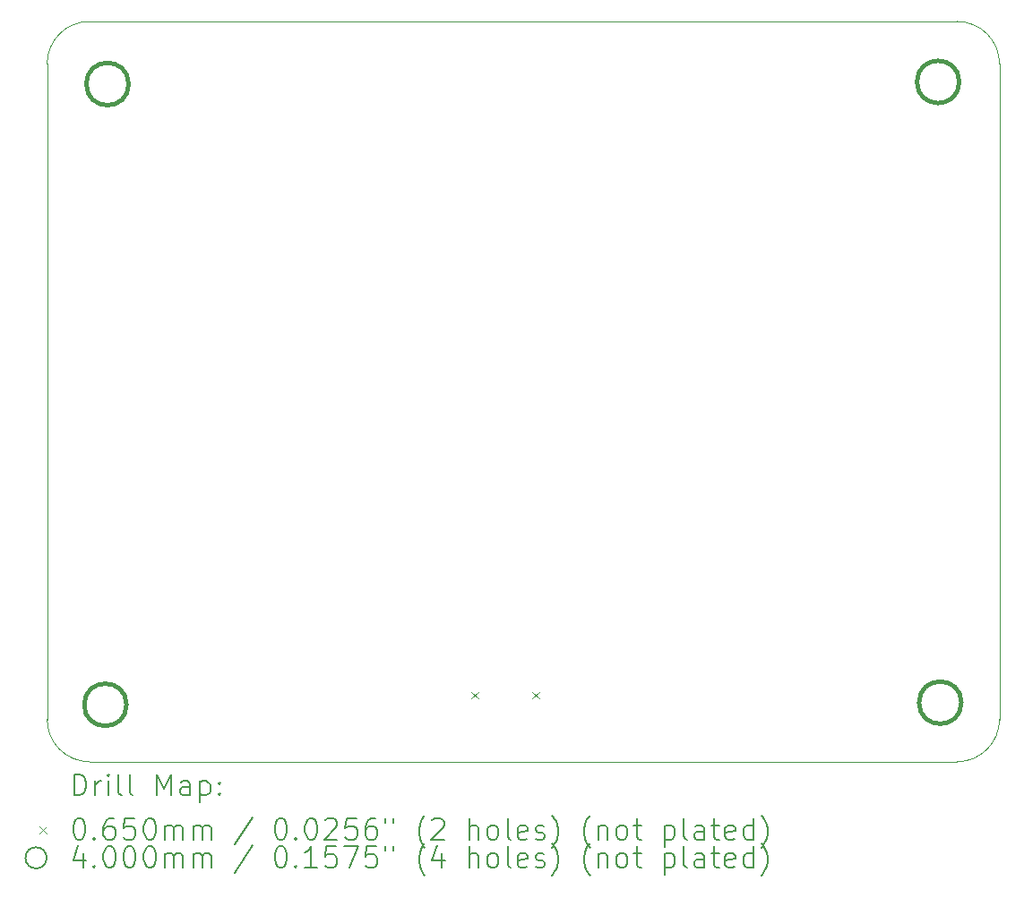
<source format=gbr>
%TF.GenerationSoftware,KiCad,Pcbnew,9.0.2*%
%TF.CreationDate,2025-09-10T14:09:24+05:30*%
%TF.ProjectId,V2DesignESP32PCB,56324465-7369-4676-9e45-535033325043,rev?*%
%TF.SameCoordinates,Original*%
%TF.FileFunction,Drillmap*%
%TF.FilePolarity,Positive*%
%FSLAX45Y45*%
G04 Gerber Fmt 4.5, Leading zero omitted, Abs format (unit mm)*
G04 Created by KiCad (PCBNEW 9.0.2) date 2025-09-10 14:09:24*
%MOMM*%
%LPD*%
G01*
G04 APERTURE LIST*
%ADD10C,0.100000*%
%ADD11C,0.200000*%
%ADD12C,0.400000*%
G04 APERTURE END LIST*
D10*
X11250000Y-6028500D02*
X19450000Y-6028500D01*
X19450000Y-13028500D02*
X11250000Y-13028500D01*
X11250000Y-13028500D02*
G75*
G02*
X10850000Y-12628500I0J400000D01*
G01*
X19450000Y-6028500D02*
G75*
G02*
X19850000Y-6428500I0J-400000D01*
G01*
X19850000Y-6428500D02*
X19850000Y-12628500D01*
X10850000Y-6428500D02*
G75*
G02*
X11250000Y-6028500I400000J0D01*
G01*
X19850000Y-12628500D02*
G75*
G02*
X19450000Y-13028500I-400000J0D01*
G01*
X10850000Y-12628500D02*
X10850000Y-6428500D01*
D11*
D10*
X14858500Y-12366000D02*
X14923500Y-12431000D01*
X14923500Y-12366000D02*
X14858500Y-12431000D01*
X15436500Y-12366000D02*
X15501500Y-12431000D01*
X15501500Y-12366000D02*
X15436500Y-12431000D01*
D12*
X11600000Y-12490000D02*
G75*
G02*
X11200000Y-12490000I-200000J0D01*
G01*
X11200000Y-12490000D02*
G75*
G02*
X11600000Y-12490000I200000J0D01*
G01*
X11620000Y-6620000D02*
G75*
G02*
X11220000Y-6620000I-200000J0D01*
G01*
X11220000Y-6620000D02*
G75*
G02*
X11620000Y-6620000I200000J0D01*
G01*
X19470000Y-6600000D02*
G75*
G02*
X19070000Y-6600000I-200000J0D01*
G01*
X19070000Y-6600000D02*
G75*
G02*
X19470000Y-6600000I200000J0D01*
G01*
X19490000Y-12470000D02*
G75*
G02*
X19090000Y-12470000I-200000J0D01*
G01*
X19090000Y-12470000D02*
G75*
G02*
X19490000Y-12470000I200000J0D01*
G01*
D11*
X11105777Y-13344984D02*
X11105777Y-13144984D01*
X11105777Y-13144984D02*
X11153396Y-13144984D01*
X11153396Y-13144984D02*
X11181967Y-13154508D01*
X11181967Y-13154508D02*
X11201015Y-13173555D01*
X11201015Y-13173555D02*
X11210539Y-13192603D01*
X11210539Y-13192603D02*
X11220062Y-13230698D01*
X11220062Y-13230698D02*
X11220062Y-13259269D01*
X11220062Y-13259269D02*
X11210539Y-13297365D01*
X11210539Y-13297365D02*
X11201015Y-13316412D01*
X11201015Y-13316412D02*
X11181967Y-13335460D01*
X11181967Y-13335460D02*
X11153396Y-13344984D01*
X11153396Y-13344984D02*
X11105777Y-13344984D01*
X11305777Y-13344984D02*
X11305777Y-13211650D01*
X11305777Y-13249746D02*
X11315301Y-13230698D01*
X11315301Y-13230698D02*
X11324824Y-13221174D01*
X11324824Y-13221174D02*
X11343872Y-13211650D01*
X11343872Y-13211650D02*
X11362920Y-13211650D01*
X11429586Y-13344984D02*
X11429586Y-13211650D01*
X11429586Y-13144984D02*
X11420062Y-13154508D01*
X11420062Y-13154508D02*
X11429586Y-13164031D01*
X11429586Y-13164031D02*
X11439110Y-13154508D01*
X11439110Y-13154508D02*
X11429586Y-13144984D01*
X11429586Y-13144984D02*
X11429586Y-13164031D01*
X11553396Y-13344984D02*
X11534348Y-13335460D01*
X11534348Y-13335460D02*
X11524824Y-13316412D01*
X11524824Y-13316412D02*
X11524824Y-13144984D01*
X11658158Y-13344984D02*
X11639110Y-13335460D01*
X11639110Y-13335460D02*
X11629586Y-13316412D01*
X11629586Y-13316412D02*
X11629586Y-13144984D01*
X11886729Y-13344984D02*
X11886729Y-13144984D01*
X11886729Y-13144984D02*
X11953396Y-13287841D01*
X11953396Y-13287841D02*
X12020062Y-13144984D01*
X12020062Y-13144984D02*
X12020062Y-13344984D01*
X12201015Y-13344984D02*
X12201015Y-13240222D01*
X12201015Y-13240222D02*
X12191491Y-13221174D01*
X12191491Y-13221174D02*
X12172443Y-13211650D01*
X12172443Y-13211650D02*
X12134348Y-13211650D01*
X12134348Y-13211650D02*
X12115301Y-13221174D01*
X12201015Y-13335460D02*
X12181967Y-13344984D01*
X12181967Y-13344984D02*
X12134348Y-13344984D01*
X12134348Y-13344984D02*
X12115301Y-13335460D01*
X12115301Y-13335460D02*
X12105777Y-13316412D01*
X12105777Y-13316412D02*
X12105777Y-13297365D01*
X12105777Y-13297365D02*
X12115301Y-13278317D01*
X12115301Y-13278317D02*
X12134348Y-13268793D01*
X12134348Y-13268793D02*
X12181967Y-13268793D01*
X12181967Y-13268793D02*
X12201015Y-13259269D01*
X12296253Y-13211650D02*
X12296253Y-13411650D01*
X12296253Y-13221174D02*
X12315301Y-13211650D01*
X12315301Y-13211650D02*
X12353396Y-13211650D01*
X12353396Y-13211650D02*
X12372443Y-13221174D01*
X12372443Y-13221174D02*
X12381967Y-13230698D01*
X12381967Y-13230698D02*
X12391491Y-13249746D01*
X12391491Y-13249746D02*
X12391491Y-13306888D01*
X12391491Y-13306888D02*
X12381967Y-13325936D01*
X12381967Y-13325936D02*
X12372443Y-13335460D01*
X12372443Y-13335460D02*
X12353396Y-13344984D01*
X12353396Y-13344984D02*
X12315301Y-13344984D01*
X12315301Y-13344984D02*
X12296253Y-13335460D01*
X12477205Y-13325936D02*
X12486729Y-13335460D01*
X12486729Y-13335460D02*
X12477205Y-13344984D01*
X12477205Y-13344984D02*
X12467682Y-13335460D01*
X12467682Y-13335460D02*
X12477205Y-13325936D01*
X12477205Y-13325936D02*
X12477205Y-13344984D01*
X12477205Y-13221174D02*
X12486729Y-13230698D01*
X12486729Y-13230698D02*
X12477205Y-13240222D01*
X12477205Y-13240222D02*
X12467682Y-13230698D01*
X12467682Y-13230698D02*
X12477205Y-13221174D01*
X12477205Y-13221174D02*
X12477205Y-13240222D01*
D10*
X10780000Y-13641000D02*
X10845000Y-13706000D01*
X10845000Y-13641000D02*
X10780000Y-13706000D01*
D11*
X11143872Y-13564984D02*
X11162920Y-13564984D01*
X11162920Y-13564984D02*
X11181967Y-13574508D01*
X11181967Y-13574508D02*
X11191491Y-13584031D01*
X11191491Y-13584031D02*
X11201015Y-13603079D01*
X11201015Y-13603079D02*
X11210539Y-13641174D01*
X11210539Y-13641174D02*
X11210539Y-13688793D01*
X11210539Y-13688793D02*
X11201015Y-13726888D01*
X11201015Y-13726888D02*
X11191491Y-13745936D01*
X11191491Y-13745936D02*
X11181967Y-13755460D01*
X11181967Y-13755460D02*
X11162920Y-13764984D01*
X11162920Y-13764984D02*
X11143872Y-13764984D01*
X11143872Y-13764984D02*
X11124824Y-13755460D01*
X11124824Y-13755460D02*
X11115301Y-13745936D01*
X11115301Y-13745936D02*
X11105777Y-13726888D01*
X11105777Y-13726888D02*
X11096253Y-13688793D01*
X11096253Y-13688793D02*
X11096253Y-13641174D01*
X11096253Y-13641174D02*
X11105777Y-13603079D01*
X11105777Y-13603079D02*
X11115301Y-13584031D01*
X11115301Y-13584031D02*
X11124824Y-13574508D01*
X11124824Y-13574508D02*
X11143872Y-13564984D01*
X11296253Y-13745936D02*
X11305777Y-13755460D01*
X11305777Y-13755460D02*
X11296253Y-13764984D01*
X11296253Y-13764984D02*
X11286729Y-13755460D01*
X11286729Y-13755460D02*
X11296253Y-13745936D01*
X11296253Y-13745936D02*
X11296253Y-13764984D01*
X11477205Y-13564984D02*
X11439110Y-13564984D01*
X11439110Y-13564984D02*
X11420062Y-13574508D01*
X11420062Y-13574508D02*
X11410539Y-13584031D01*
X11410539Y-13584031D02*
X11391491Y-13612603D01*
X11391491Y-13612603D02*
X11381967Y-13650698D01*
X11381967Y-13650698D02*
X11381967Y-13726888D01*
X11381967Y-13726888D02*
X11391491Y-13745936D01*
X11391491Y-13745936D02*
X11401015Y-13755460D01*
X11401015Y-13755460D02*
X11420062Y-13764984D01*
X11420062Y-13764984D02*
X11458158Y-13764984D01*
X11458158Y-13764984D02*
X11477205Y-13755460D01*
X11477205Y-13755460D02*
X11486729Y-13745936D01*
X11486729Y-13745936D02*
X11496253Y-13726888D01*
X11496253Y-13726888D02*
X11496253Y-13679269D01*
X11496253Y-13679269D02*
X11486729Y-13660222D01*
X11486729Y-13660222D02*
X11477205Y-13650698D01*
X11477205Y-13650698D02*
X11458158Y-13641174D01*
X11458158Y-13641174D02*
X11420062Y-13641174D01*
X11420062Y-13641174D02*
X11401015Y-13650698D01*
X11401015Y-13650698D02*
X11391491Y-13660222D01*
X11391491Y-13660222D02*
X11381967Y-13679269D01*
X11677205Y-13564984D02*
X11581967Y-13564984D01*
X11581967Y-13564984D02*
X11572443Y-13660222D01*
X11572443Y-13660222D02*
X11581967Y-13650698D01*
X11581967Y-13650698D02*
X11601015Y-13641174D01*
X11601015Y-13641174D02*
X11648634Y-13641174D01*
X11648634Y-13641174D02*
X11667682Y-13650698D01*
X11667682Y-13650698D02*
X11677205Y-13660222D01*
X11677205Y-13660222D02*
X11686729Y-13679269D01*
X11686729Y-13679269D02*
X11686729Y-13726888D01*
X11686729Y-13726888D02*
X11677205Y-13745936D01*
X11677205Y-13745936D02*
X11667682Y-13755460D01*
X11667682Y-13755460D02*
X11648634Y-13764984D01*
X11648634Y-13764984D02*
X11601015Y-13764984D01*
X11601015Y-13764984D02*
X11581967Y-13755460D01*
X11581967Y-13755460D02*
X11572443Y-13745936D01*
X11810539Y-13564984D02*
X11829586Y-13564984D01*
X11829586Y-13564984D02*
X11848634Y-13574508D01*
X11848634Y-13574508D02*
X11858158Y-13584031D01*
X11858158Y-13584031D02*
X11867682Y-13603079D01*
X11867682Y-13603079D02*
X11877205Y-13641174D01*
X11877205Y-13641174D02*
X11877205Y-13688793D01*
X11877205Y-13688793D02*
X11867682Y-13726888D01*
X11867682Y-13726888D02*
X11858158Y-13745936D01*
X11858158Y-13745936D02*
X11848634Y-13755460D01*
X11848634Y-13755460D02*
X11829586Y-13764984D01*
X11829586Y-13764984D02*
X11810539Y-13764984D01*
X11810539Y-13764984D02*
X11791491Y-13755460D01*
X11791491Y-13755460D02*
X11781967Y-13745936D01*
X11781967Y-13745936D02*
X11772443Y-13726888D01*
X11772443Y-13726888D02*
X11762920Y-13688793D01*
X11762920Y-13688793D02*
X11762920Y-13641174D01*
X11762920Y-13641174D02*
X11772443Y-13603079D01*
X11772443Y-13603079D02*
X11781967Y-13584031D01*
X11781967Y-13584031D02*
X11791491Y-13574508D01*
X11791491Y-13574508D02*
X11810539Y-13564984D01*
X11962920Y-13764984D02*
X11962920Y-13631650D01*
X11962920Y-13650698D02*
X11972443Y-13641174D01*
X11972443Y-13641174D02*
X11991491Y-13631650D01*
X11991491Y-13631650D02*
X12020063Y-13631650D01*
X12020063Y-13631650D02*
X12039110Y-13641174D01*
X12039110Y-13641174D02*
X12048634Y-13660222D01*
X12048634Y-13660222D02*
X12048634Y-13764984D01*
X12048634Y-13660222D02*
X12058158Y-13641174D01*
X12058158Y-13641174D02*
X12077205Y-13631650D01*
X12077205Y-13631650D02*
X12105777Y-13631650D01*
X12105777Y-13631650D02*
X12124824Y-13641174D01*
X12124824Y-13641174D02*
X12134348Y-13660222D01*
X12134348Y-13660222D02*
X12134348Y-13764984D01*
X12229586Y-13764984D02*
X12229586Y-13631650D01*
X12229586Y-13650698D02*
X12239110Y-13641174D01*
X12239110Y-13641174D02*
X12258158Y-13631650D01*
X12258158Y-13631650D02*
X12286729Y-13631650D01*
X12286729Y-13631650D02*
X12305777Y-13641174D01*
X12305777Y-13641174D02*
X12315301Y-13660222D01*
X12315301Y-13660222D02*
X12315301Y-13764984D01*
X12315301Y-13660222D02*
X12324824Y-13641174D01*
X12324824Y-13641174D02*
X12343872Y-13631650D01*
X12343872Y-13631650D02*
X12372443Y-13631650D01*
X12372443Y-13631650D02*
X12391491Y-13641174D01*
X12391491Y-13641174D02*
X12401015Y-13660222D01*
X12401015Y-13660222D02*
X12401015Y-13764984D01*
X12791491Y-13555460D02*
X12620063Y-13812603D01*
X13048634Y-13564984D02*
X13067682Y-13564984D01*
X13067682Y-13564984D02*
X13086729Y-13574508D01*
X13086729Y-13574508D02*
X13096253Y-13584031D01*
X13096253Y-13584031D02*
X13105777Y-13603079D01*
X13105777Y-13603079D02*
X13115301Y-13641174D01*
X13115301Y-13641174D02*
X13115301Y-13688793D01*
X13115301Y-13688793D02*
X13105777Y-13726888D01*
X13105777Y-13726888D02*
X13096253Y-13745936D01*
X13096253Y-13745936D02*
X13086729Y-13755460D01*
X13086729Y-13755460D02*
X13067682Y-13764984D01*
X13067682Y-13764984D02*
X13048634Y-13764984D01*
X13048634Y-13764984D02*
X13029586Y-13755460D01*
X13029586Y-13755460D02*
X13020063Y-13745936D01*
X13020063Y-13745936D02*
X13010539Y-13726888D01*
X13010539Y-13726888D02*
X13001015Y-13688793D01*
X13001015Y-13688793D02*
X13001015Y-13641174D01*
X13001015Y-13641174D02*
X13010539Y-13603079D01*
X13010539Y-13603079D02*
X13020063Y-13584031D01*
X13020063Y-13584031D02*
X13029586Y-13574508D01*
X13029586Y-13574508D02*
X13048634Y-13564984D01*
X13201015Y-13745936D02*
X13210539Y-13755460D01*
X13210539Y-13755460D02*
X13201015Y-13764984D01*
X13201015Y-13764984D02*
X13191491Y-13755460D01*
X13191491Y-13755460D02*
X13201015Y-13745936D01*
X13201015Y-13745936D02*
X13201015Y-13764984D01*
X13334348Y-13564984D02*
X13353396Y-13564984D01*
X13353396Y-13564984D02*
X13372444Y-13574508D01*
X13372444Y-13574508D02*
X13381967Y-13584031D01*
X13381967Y-13584031D02*
X13391491Y-13603079D01*
X13391491Y-13603079D02*
X13401015Y-13641174D01*
X13401015Y-13641174D02*
X13401015Y-13688793D01*
X13401015Y-13688793D02*
X13391491Y-13726888D01*
X13391491Y-13726888D02*
X13381967Y-13745936D01*
X13381967Y-13745936D02*
X13372444Y-13755460D01*
X13372444Y-13755460D02*
X13353396Y-13764984D01*
X13353396Y-13764984D02*
X13334348Y-13764984D01*
X13334348Y-13764984D02*
X13315301Y-13755460D01*
X13315301Y-13755460D02*
X13305777Y-13745936D01*
X13305777Y-13745936D02*
X13296253Y-13726888D01*
X13296253Y-13726888D02*
X13286729Y-13688793D01*
X13286729Y-13688793D02*
X13286729Y-13641174D01*
X13286729Y-13641174D02*
X13296253Y-13603079D01*
X13296253Y-13603079D02*
X13305777Y-13584031D01*
X13305777Y-13584031D02*
X13315301Y-13574508D01*
X13315301Y-13574508D02*
X13334348Y-13564984D01*
X13477206Y-13584031D02*
X13486729Y-13574508D01*
X13486729Y-13574508D02*
X13505777Y-13564984D01*
X13505777Y-13564984D02*
X13553396Y-13564984D01*
X13553396Y-13564984D02*
X13572444Y-13574508D01*
X13572444Y-13574508D02*
X13581967Y-13584031D01*
X13581967Y-13584031D02*
X13591491Y-13603079D01*
X13591491Y-13603079D02*
X13591491Y-13622127D01*
X13591491Y-13622127D02*
X13581967Y-13650698D01*
X13581967Y-13650698D02*
X13467682Y-13764984D01*
X13467682Y-13764984D02*
X13591491Y-13764984D01*
X13772444Y-13564984D02*
X13677206Y-13564984D01*
X13677206Y-13564984D02*
X13667682Y-13660222D01*
X13667682Y-13660222D02*
X13677206Y-13650698D01*
X13677206Y-13650698D02*
X13696253Y-13641174D01*
X13696253Y-13641174D02*
X13743872Y-13641174D01*
X13743872Y-13641174D02*
X13762920Y-13650698D01*
X13762920Y-13650698D02*
X13772444Y-13660222D01*
X13772444Y-13660222D02*
X13781967Y-13679269D01*
X13781967Y-13679269D02*
X13781967Y-13726888D01*
X13781967Y-13726888D02*
X13772444Y-13745936D01*
X13772444Y-13745936D02*
X13762920Y-13755460D01*
X13762920Y-13755460D02*
X13743872Y-13764984D01*
X13743872Y-13764984D02*
X13696253Y-13764984D01*
X13696253Y-13764984D02*
X13677206Y-13755460D01*
X13677206Y-13755460D02*
X13667682Y-13745936D01*
X13953396Y-13564984D02*
X13915301Y-13564984D01*
X13915301Y-13564984D02*
X13896253Y-13574508D01*
X13896253Y-13574508D02*
X13886729Y-13584031D01*
X13886729Y-13584031D02*
X13867682Y-13612603D01*
X13867682Y-13612603D02*
X13858158Y-13650698D01*
X13858158Y-13650698D02*
X13858158Y-13726888D01*
X13858158Y-13726888D02*
X13867682Y-13745936D01*
X13867682Y-13745936D02*
X13877206Y-13755460D01*
X13877206Y-13755460D02*
X13896253Y-13764984D01*
X13896253Y-13764984D02*
X13934348Y-13764984D01*
X13934348Y-13764984D02*
X13953396Y-13755460D01*
X13953396Y-13755460D02*
X13962920Y-13745936D01*
X13962920Y-13745936D02*
X13972444Y-13726888D01*
X13972444Y-13726888D02*
X13972444Y-13679269D01*
X13972444Y-13679269D02*
X13962920Y-13660222D01*
X13962920Y-13660222D02*
X13953396Y-13650698D01*
X13953396Y-13650698D02*
X13934348Y-13641174D01*
X13934348Y-13641174D02*
X13896253Y-13641174D01*
X13896253Y-13641174D02*
X13877206Y-13650698D01*
X13877206Y-13650698D02*
X13867682Y-13660222D01*
X13867682Y-13660222D02*
X13858158Y-13679269D01*
X14048634Y-13564984D02*
X14048634Y-13603079D01*
X14124825Y-13564984D02*
X14124825Y-13603079D01*
X14420063Y-13841174D02*
X14410539Y-13831650D01*
X14410539Y-13831650D02*
X14391491Y-13803079D01*
X14391491Y-13803079D02*
X14381968Y-13784031D01*
X14381968Y-13784031D02*
X14372444Y-13755460D01*
X14372444Y-13755460D02*
X14362920Y-13707841D01*
X14362920Y-13707841D02*
X14362920Y-13669746D01*
X14362920Y-13669746D02*
X14372444Y-13622127D01*
X14372444Y-13622127D02*
X14381968Y-13593555D01*
X14381968Y-13593555D02*
X14391491Y-13574508D01*
X14391491Y-13574508D02*
X14410539Y-13545936D01*
X14410539Y-13545936D02*
X14420063Y-13536412D01*
X14486729Y-13584031D02*
X14496253Y-13574508D01*
X14496253Y-13574508D02*
X14515301Y-13564984D01*
X14515301Y-13564984D02*
X14562920Y-13564984D01*
X14562920Y-13564984D02*
X14581968Y-13574508D01*
X14581968Y-13574508D02*
X14591491Y-13584031D01*
X14591491Y-13584031D02*
X14601015Y-13603079D01*
X14601015Y-13603079D02*
X14601015Y-13622127D01*
X14601015Y-13622127D02*
X14591491Y-13650698D01*
X14591491Y-13650698D02*
X14477206Y-13764984D01*
X14477206Y-13764984D02*
X14601015Y-13764984D01*
X14839110Y-13764984D02*
X14839110Y-13564984D01*
X14924825Y-13764984D02*
X14924825Y-13660222D01*
X14924825Y-13660222D02*
X14915301Y-13641174D01*
X14915301Y-13641174D02*
X14896253Y-13631650D01*
X14896253Y-13631650D02*
X14867682Y-13631650D01*
X14867682Y-13631650D02*
X14848634Y-13641174D01*
X14848634Y-13641174D02*
X14839110Y-13650698D01*
X15048634Y-13764984D02*
X15029587Y-13755460D01*
X15029587Y-13755460D02*
X15020063Y-13745936D01*
X15020063Y-13745936D02*
X15010539Y-13726888D01*
X15010539Y-13726888D02*
X15010539Y-13669746D01*
X15010539Y-13669746D02*
X15020063Y-13650698D01*
X15020063Y-13650698D02*
X15029587Y-13641174D01*
X15029587Y-13641174D02*
X15048634Y-13631650D01*
X15048634Y-13631650D02*
X15077206Y-13631650D01*
X15077206Y-13631650D02*
X15096253Y-13641174D01*
X15096253Y-13641174D02*
X15105777Y-13650698D01*
X15105777Y-13650698D02*
X15115301Y-13669746D01*
X15115301Y-13669746D02*
X15115301Y-13726888D01*
X15115301Y-13726888D02*
X15105777Y-13745936D01*
X15105777Y-13745936D02*
X15096253Y-13755460D01*
X15096253Y-13755460D02*
X15077206Y-13764984D01*
X15077206Y-13764984D02*
X15048634Y-13764984D01*
X15229587Y-13764984D02*
X15210539Y-13755460D01*
X15210539Y-13755460D02*
X15201015Y-13736412D01*
X15201015Y-13736412D02*
X15201015Y-13564984D01*
X15381968Y-13755460D02*
X15362920Y-13764984D01*
X15362920Y-13764984D02*
X15324825Y-13764984D01*
X15324825Y-13764984D02*
X15305777Y-13755460D01*
X15305777Y-13755460D02*
X15296253Y-13736412D01*
X15296253Y-13736412D02*
X15296253Y-13660222D01*
X15296253Y-13660222D02*
X15305777Y-13641174D01*
X15305777Y-13641174D02*
X15324825Y-13631650D01*
X15324825Y-13631650D02*
X15362920Y-13631650D01*
X15362920Y-13631650D02*
X15381968Y-13641174D01*
X15381968Y-13641174D02*
X15391491Y-13660222D01*
X15391491Y-13660222D02*
X15391491Y-13679269D01*
X15391491Y-13679269D02*
X15296253Y-13698317D01*
X15467682Y-13755460D02*
X15486730Y-13764984D01*
X15486730Y-13764984D02*
X15524825Y-13764984D01*
X15524825Y-13764984D02*
X15543872Y-13755460D01*
X15543872Y-13755460D02*
X15553396Y-13736412D01*
X15553396Y-13736412D02*
X15553396Y-13726888D01*
X15553396Y-13726888D02*
X15543872Y-13707841D01*
X15543872Y-13707841D02*
X15524825Y-13698317D01*
X15524825Y-13698317D02*
X15496253Y-13698317D01*
X15496253Y-13698317D02*
X15477206Y-13688793D01*
X15477206Y-13688793D02*
X15467682Y-13669746D01*
X15467682Y-13669746D02*
X15467682Y-13660222D01*
X15467682Y-13660222D02*
X15477206Y-13641174D01*
X15477206Y-13641174D02*
X15496253Y-13631650D01*
X15496253Y-13631650D02*
X15524825Y-13631650D01*
X15524825Y-13631650D02*
X15543872Y-13641174D01*
X15620063Y-13841174D02*
X15629587Y-13831650D01*
X15629587Y-13831650D02*
X15648634Y-13803079D01*
X15648634Y-13803079D02*
X15658158Y-13784031D01*
X15658158Y-13784031D02*
X15667682Y-13755460D01*
X15667682Y-13755460D02*
X15677206Y-13707841D01*
X15677206Y-13707841D02*
X15677206Y-13669746D01*
X15677206Y-13669746D02*
X15667682Y-13622127D01*
X15667682Y-13622127D02*
X15658158Y-13593555D01*
X15658158Y-13593555D02*
X15648634Y-13574508D01*
X15648634Y-13574508D02*
X15629587Y-13545936D01*
X15629587Y-13545936D02*
X15620063Y-13536412D01*
X15981968Y-13841174D02*
X15972444Y-13831650D01*
X15972444Y-13831650D02*
X15953396Y-13803079D01*
X15953396Y-13803079D02*
X15943872Y-13784031D01*
X15943872Y-13784031D02*
X15934349Y-13755460D01*
X15934349Y-13755460D02*
X15924825Y-13707841D01*
X15924825Y-13707841D02*
X15924825Y-13669746D01*
X15924825Y-13669746D02*
X15934349Y-13622127D01*
X15934349Y-13622127D02*
X15943872Y-13593555D01*
X15943872Y-13593555D02*
X15953396Y-13574508D01*
X15953396Y-13574508D02*
X15972444Y-13545936D01*
X15972444Y-13545936D02*
X15981968Y-13536412D01*
X16058158Y-13631650D02*
X16058158Y-13764984D01*
X16058158Y-13650698D02*
X16067682Y-13641174D01*
X16067682Y-13641174D02*
X16086730Y-13631650D01*
X16086730Y-13631650D02*
X16115301Y-13631650D01*
X16115301Y-13631650D02*
X16134349Y-13641174D01*
X16134349Y-13641174D02*
X16143872Y-13660222D01*
X16143872Y-13660222D02*
X16143872Y-13764984D01*
X16267682Y-13764984D02*
X16248634Y-13755460D01*
X16248634Y-13755460D02*
X16239111Y-13745936D01*
X16239111Y-13745936D02*
X16229587Y-13726888D01*
X16229587Y-13726888D02*
X16229587Y-13669746D01*
X16229587Y-13669746D02*
X16239111Y-13650698D01*
X16239111Y-13650698D02*
X16248634Y-13641174D01*
X16248634Y-13641174D02*
X16267682Y-13631650D01*
X16267682Y-13631650D02*
X16296253Y-13631650D01*
X16296253Y-13631650D02*
X16315301Y-13641174D01*
X16315301Y-13641174D02*
X16324825Y-13650698D01*
X16324825Y-13650698D02*
X16334349Y-13669746D01*
X16334349Y-13669746D02*
X16334349Y-13726888D01*
X16334349Y-13726888D02*
X16324825Y-13745936D01*
X16324825Y-13745936D02*
X16315301Y-13755460D01*
X16315301Y-13755460D02*
X16296253Y-13764984D01*
X16296253Y-13764984D02*
X16267682Y-13764984D01*
X16391492Y-13631650D02*
X16467682Y-13631650D01*
X16420063Y-13564984D02*
X16420063Y-13736412D01*
X16420063Y-13736412D02*
X16429587Y-13755460D01*
X16429587Y-13755460D02*
X16448634Y-13764984D01*
X16448634Y-13764984D02*
X16467682Y-13764984D01*
X16686730Y-13631650D02*
X16686730Y-13831650D01*
X16686730Y-13641174D02*
X16705777Y-13631650D01*
X16705777Y-13631650D02*
X16743873Y-13631650D01*
X16743873Y-13631650D02*
X16762920Y-13641174D01*
X16762920Y-13641174D02*
X16772444Y-13650698D01*
X16772444Y-13650698D02*
X16781968Y-13669746D01*
X16781968Y-13669746D02*
X16781968Y-13726888D01*
X16781968Y-13726888D02*
X16772444Y-13745936D01*
X16772444Y-13745936D02*
X16762920Y-13755460D01*
X16762920Y-13755460D02*
X16743873Y-13764984D01*
X16743873Y-13764984D02*
X16705777Y-13764984D01*
X16705777Y-13764984D02*
X16686730Y-13755460D01*
X16896254Y-13764984D02*
X16877206Y-13755460D01*
X16877206Y-13755460D02*
X16867682Y-13736412D01*
X16867682Y-13736412D02*
X16867682Y-13564984D01*
X17058158Y-13764984D02*
X17058158Y-13660222D01*
X17058158Y-13660222D02*
X17048635Y-13641174D01*
X17048635Y-13641174D02*
X17029587Y-13631650D01*
X17029587Y-13631650D02*
X16991492Y-13631650D01*
X16991492Y-13631650D02*
X16972444Y-13641174D01*
X17058158Y-13755460D02*
X17039111Y-13764984D01*
X17039111Y-13764984D02*
X16991492Y-13764984D01*
X16991492Y-13764984D02*
X16972444Y-13755460D01*
X16972444Y-13755460D02*
X16962920Y-13736412D01*
X16962920Y-13736412D02*
X16962920Y-13717365D01*
X16962920Y-13717365D02*
X16972444Y-13698317D01*
X16972444Y-13698317D02*
X16991492Y-13688793D01*
X16991492Y-13688793D02*
X17039111Y-13688793D01*
X17039111Y-13688793D02*
X17058158Y-13679269D01*
X17124825Y-13631650D02*
X17201015Y-13631650D01*
X17153396Y-13564984D02*
X17153396Y-13736412D01*
X17153396Y-13736412D02*
X17162920Y-13755460D01*
X17162920Y-13755460D02*
X17181968Y-13764984D01*
X17181968Y-13764984D02*
X17201015Y-13764984D01*
X17343873Y-13755460D02*
X17324825Y-13764984D01*
X17324825Y-13764984D02*
X17286730Y-13764984D01*
X17286730Y-13764984D02*
X17267682Y-13755460D01*
X17267682Y-13755460D02*
X17258158Y-13736412D01*
X17258158Y-13736412D02*
X17258158Y-13660222D01*
X17258158Y-13660222D02*
X17267682Y-13641174D01*
X17267682Y-13641174D02*
X17286730Y-13631650D01*
X17286730Y-13631650D02*
X17324825Y-13631650D01*
X17324825Y-13631650D02*
X17343873Y-13641174D01*
X17343873Y-13641174D02*
X17353396Y-13660222D01*
X17353396Y-13660222D02*
X17353396Y-13679269D01*
X17353396Y-13679269D02*
X17258158Y-13698317D01*
X17524825Y-13764984D02*
X17524825Y-13564984D01*
X17524825Y-13755460D02*
X17505777Y-13764984D01*
X17505777Y-13764984D02*
X17467682Y-13764984D01*
X17467682Y-13764984D02*
X17448635Y-13755460D01*
X17448635Y-13755460D02*
X17439111Y-13745936D01*
X17439111Y-13745936D02*
X17429587Y-13726888D01*
X17429587Y-13726888D02*
X17429587Y-13669746D01*
X17429587Y-13669746D02*
X17439111Y-13650698D01*
X17439111Y-13650698D02*
X17448635Y-13641174D01*
X17448635Y-13641174D02*
X17467682Y-13631650D01*
X17467682Y-13631650D02*
X17505777Y-13631650D01*
X17505777Y-13631650D02*
X17524825Y-13641174D01*
X17601016Y-13841174D02*
X17610539Y-13831650D01*
X17610539Y-13831650D02*
X17629587Y-13803079D01*
X17629587Y-13803079D02*
X17639111Y-13784031D01*
X17639111Y-13784031D02*
X17648635Y-13755460D01*
X17648635Y-13755460D02*
X17658158Y-13707841D01*
X17658158Y-13707841D02*
X17658158Y-13669746D01*
X17658158Y-13669746D02*
X17648635Y-13622127D01*
X17648635Y-13622127D02*
X17639111Y-13593555D01*
X17639111Y-13593555D02*
X17629587Y-13574508D01*
X17629587Y-13574508D02*
X17610539Y-13545936D01*
X17610539Y-13545936D02*
X17601016Y-13536412D01*
X10845000Y-13937500D02*
G75*
G02*
X10645000Y-13937500I-100000J0D01*
G01*
X10645000Y-13937500D02*
G75*
G02*
X10845000Y-13937500I100000J0D01*
G01*
X11191491Y-13895650D02*
X11191491Y-14028984D01*
X11143872Y-13819460D02*
X11096253Y-13962317D01*
X11096253Y-13962317D02*
X11220062Y-13962317D01*
X11296253Y-14009936D02*
X11305777Y-14019460D01*
X11305777Y-14019460D02*
X11296253Y-14028984D01*
X11296253Y-14028984D02*
X11286729Y-14019460D01*
X11286729Y-14019460D02*
X11296253Y-14009936D01*
X11296253Y-14009936D02*
X11296253Y-14028984D01*
X11429586Y-13828984D02*
X11448634Y-13828984D01*
X11448634Y-13828984D02*
X11467682Y-13838508D01*
X11467682Y-13838508D02*
X11477205Y-13848031D01*
X11477205Y-13848031D02*
X11486729Y-13867079D01*
X11486729Y-13867079D02*
X11496253Y-13905174D01*
X11496253Y-13905174D02*
X11496253Y-13952793D01*
X11496253Y-13952793D02*
X11486729Y-13990888D01*
X11486729Y-13990888D02*
X11477205Y-14009936D01*
X11477205Y-14009936D02*
X11467682Y-14019460D01*
X11467682Y-14019460D02*
X11448634Y-14028984D01*
X11448634Y-14028984D02*
X11429586Y-14028984D01*
X11429586Y-14028984D02*
X11410539Y-14019460D01*
X11410539Y-14019460D02*
X11401015Y-14009936D01*
X11401015Y-14009936D02*
X11391491Y-13990888D01*
X11391491Y-13990888D02*
X11381967Y-13952793D01*
X11381967Y-13952793D02*
X11381967Y-13905174D01*
X11381967Y-13905174D02*
X11391491Y-13867079D01*
X11391491Y-13867079D02*
X11401015Y-13848031D01*
X11401015Y-13848031D02*
X11410539Y-13838508D01*
X11410539Y-13838508D02*
X11429586Y-13828984D01*
X11620062Y-13828984D02*
X11639110Y-13828984D01*
X11639110Y-13828984D02*
X11658158Y-13838508D01*
X11658158Y-13838508D02*
X11667682Y-13848031D01*
X11667682Y-13848031D02*
X11677205Y-13867079D01*
X11677205Y-13867079D02*
X11686729Y-13905174D01*
X11686729Y-13905174D02*
X11686729Y-13952793D01*
X11686729Y-13952793D02*
X11677205Y-13990888D01*
X11677205Y-13990888D02*
X11667682Y-14009936D01*
X11667682Y-14009936D02*
X11658158Y-14019460D01*
X11658158Y-14019460D02*
X11639110Y-14028984D01*
X11639110Y-14028984D02*
X11620062Y-14028984D01*
X11620062Y-14028984D02*
X11601015Y-14019460D01*
X11601015Y-14019460D02*
X11591491Y-14009936D01*
X11591491Y-14009936D02*
X11581967Y-13990888D01*
X11581967Y-13990888D02*
X11572443Y-13952793D01*
X11572443Y-13952793D02*
X11572443Y-13905174D01*
X11572443Y-13905174D02*
X11581967Y-13867079D01*
X11581967Y-13867079D02*
X11591491Y-13848031D01*
X11591491Y-13848031D02*
X11601015Y-13838508D01*
X11601015Y-13838508D02*
X11620062Y-13828984D01*
X11810539Y-13828984D02*
X11829586Y-13828984D01*
X11829586Y-13828984D02*
X11848634Y-13838508D01*
X11848634Y-13838508D02*
X11858158Y-13848031D01*
X11858158Y-13848031D02*
X11867682Y-13867079D01*
X11867682Y-13867079D02*
X11877205Y-13905174D01*
X11877205Y-13905174D02*
X11877205Y-13952793D01*
X11877205Y-13952793D02*
X11867682Y-13990888D01*
X11867682Y-13990888D02*
X11858158Y-14009936D01*
X11858158Y-14009936D02*
X11848634Y-14019460D01*
X11848634Y-14019460D02*
X11829586Y-14028984D01*
X11829586Y-14028984D02*
X11810539Y-14028984D01*
X11810539Y-14028984D02*
X11791491Y-14019460D01*
X11791491Y-14019460D02*
X11781967Y-14009936D01*
X11781967Y-14009936D02*
X11772443Y-13990888D01*
X11772443Y-13990888D02*
X11762920Y-13952793D01*
X11762920Y-13952793D02*
X11762920Y-13905174D01*
X11762920Y-13905174D02*
X11772443Y-13867079D01*
X11772443Y-13867079D02*
X11781967Y-13848031D01*
X11781967Y-13848031D02*
X11791491Y-13838508D01*
X11791491Y-13838508D02*
X11810539Y-13828984D01*
X11962920Y-14028984D02*
X11962920Y-13895650D01*
X11962920Y-13914698D02*
X11972443Y-13905174D01*
X11972443Y-13905174D02*
X11991491Y-13895650D01*
X11991491Y-13895650D02*
X12020063Y-13895650D01*
X12020063Y-13895650D02*
X12039110Y-13905174D01*
X12039110Y-13905174D02*
X12048634Y-13924222D01*
X12048634Y-13924222D02*
X12048634Y-14028984D01*
X12048634Y-13924222D02*
X12058158Y-13905174D01*
X12058158Y-13905174D02*
X12077205Y-13895650D01*
X12077205Y-13895650D02*
X12105777Y-13895650D01*
X12105777Y-13895650D02*
X12124824Y-13905174D01*
X12124824Y-13905174D02*
X12134348Y-13924222D01*
X12134348Y-13924222D02*
X12134348Y-14028984D01*
X12229586Y-14028984D02*
X12229586Y-13895650D01*
X12229586Y-13914698D02*
X12239110Y-13905174D01*
X12239110Y-13905174D02*
X12258158Y-13895650D01*
X12258158Y-13895650D02*
X12286729Y-13895650D01*
X12286729Y-13895650D02*
X12305777Y-13905174D01*
X12305777Y-13905174D02*
X12315301Y-13924222D01*
X12315301Y-13924222D02*
X12315301Y-14028984D01*
X12315301Y-13924222D02*
X12324824Y-13905174D01*
X12324824Y-13905174D02*
X12343872Y-13895650D01*
X12343872Y-13895650D02*
X12372443Y-13895650D01*
X12372443Y-13895650D02*
X12391491Y-13905174D01*
X12391491Y-13905174D02*
X12401015Y-13924222D01*
X12401015Y-13924222D02*
X12401015Y-14028984D01*
X12791491Y-13819460D02*
X12620063Y-14076603D01*
X13048634Y-13828984D02*
X13067682Y-13828984D01*
X13067682Y-13828984D02*
X13086729Y-13838508D01*
X13086729Y-13838508D02*
X13096253Y-13848031D01*
X13096253Y-13848031D02*
X13105777Y-13867079D01*
X13105777Y-13867079D02*
X13115301Y-13905174D01*
X13115301Y-13905174D02*
X13115301Y-13952793D01*
X13115301Y-13952793D02*
X13105777Y-13990888D01*
X13105777Y-13990888D02*
X13096253Y-14009936D01*
X13096253Y-14009936D02*
X13086729Y-14019460D01*
X13086729Y-14019460D02*
X13067682Y-14028984D01*
X13067682Y-14028984D02*
X13048634Y-14028984D01*
X13048634Y-14028984D02*
X13029586Y-14019460D01*
X13029586Y-14019460D02*
X13020063Y-14009936D01*
X13020063Y-14009936D02*
X13010539Y-13990888D01*
X13010539Y-13990888D02*
X13001015Y-13952793D01*
X13001015Y-13952793D02*
X13001015Y-13905174D01*
X13001015Y-13905174D02*
X13010539Y-13867079D01*
X13010539Y-13867079D02*
X13020063Y-13848031D01*
X13020063Y-13848031D02*
X13029586Y-13838508D01*
X13029586Y-13838508D02*
X13048634Y-13828984D01*
X13201015Y-14009936D02*
X13210539Y-14019460D01*
X13210539Y-14019460D02*
X13201015Y-14028984D01*
X13201015Y-14028984D02*
X13191491Y-14019460D01*
X13191491Y-14019460D02*
X13201015Y-14009936D01*
X13201015Y-14009936D02*
X13201015Y-14028984D01*
X13401015Y-14028984D02*
X13286729Y-14028984D01*
X13343872Y-14028984D02*
X13343872Y-13828984D01*
X13343872Y-13828984D02*
X13324825Y-13857555D01*
X13324825Y-13857555D02*
X13305777Y-13876603D01*
X13305777Y-13876603D02*
X13286729Y-13886127D01*
X13581967Y-13828984D02*
X13486729Y-13828984D01*
X13486729Y-13828984D02*
X13477206Y-13924222D01*
X13477206Y-13924222D02*
X13486729Y-13914698D01*
X13486729Y-13914698D02*
X13505777Y-13905174D01*
X13505777Y-13905174D02*
X13553396Y-13905174D01*
X13553396Y-13905174D02*
X13572444Y-13914698D01*
X13572444Y-13914698D02*
X13581967Y-13924222D01*
X13581967Y-13924222D02*
X13591491Y-13943269D01*
X13591491Y-13943269D02*
X13591491Y-13990888D01*
X13591491Y-13990888D02*
X13581967Y-14009936D01*
X13581967Y-14009936D02*
X13572444Y-14019460D01*
X13572444Y-14019460D02*
X13553396Y-14028984D01*
X13553396Y-14028984D02*
X13505777Y-14028984D01*
X13505777Y-14028984D02*
X13486729Y-14019460D01*
X13486729Y-14019460D02*
X13477206Y-14009936D01*
X13658158Y-13828984D02*
X13791491Y-13828984D01*
X13791491Y-13828984D02*
X13705777Y-14028984D01*
X13962920Y-13828984D02*
X13867682Y-13828984D01*
X13867682Y-13828984D02*
X13858158Y-13924222D01*
X13858158Y-13924222D02*
X13867682Y-13914698D01*
X13867682Y-13914698D02*
X13886729Y-13905174D01*
X13886729Y-13905174D02*
X13934348Y-13905174D01*
X13934348Y-13905174D02*
X13953396Y-13914698D01*
X13953396Y-13914698D02*
X13962920Y-13924222D01*
X13962920Y-13924222D02*
X13972444Y-13943269D01*
X13972444Y-13943269D02*
X13972444Y-13990888D01*
X13972444Y-13990888D02*
X13962920Y-14009936D01*
X13962920Y-14009936D02*
X13953396Y-14019460D01*
X13953396Y-14019460D02*
X13934348Y-14028984D01*
X13934348Y-14028984D02*
X13886729Y-14028984D01*
X13886729Y-14028984D02*
X13867682Y-14019460D01*
X13867682Y-14019460D02*
X13858158Y-14009936D01*
X14048634Y-13828984D02*
X14048634Y-13867079D01*
X14124825Y-13828984D02*
X14124825Y-13867079D01*
X14420063Y-14105174D02*
X14410539Y-14095650D01*
X14410539Y-14095650D02*
X14391491Y-14067079D01*
X14391491Y-14067079D02*
X14381968Y-14048031D01*
X14381968Y-14048031D02*
X14372444Y-14019460D01*
X14372444Y-14019460D02*
X14362920Y-13971841D01*
X14362920Y-13971841D02*
X14362920Y-13933746D01*
X14362920Y-13933746D02*
X14372444Y-13886127D01*
X14372444Y-13886127D02*
X14381968Y-13857555D01*
X14381968Y-13857555D02*
X14391491Y-13838508D01*
X14391491Y-13838508D02*
X14410539Y-13809936D01*
X14410539Y-13809936D02*
X14420063Y-13800412D01*
X14581968Y-13895650D02*
X14581968Y-14028984D01*
X14534348Y-13819460D02*
X14486729Y-13962317D01*
X14486729Y-13962317D02*
X14610539Y-13962317D01*
X14839110Y-14028984D02*
X14839110Y-13828984D01*
X14924825Y-14028984D02*
X14924825Y-13924222D01*
X14924825Y-13924222D02*
X14915301Y-13905174D01*
X14915301Y-13905174D02*
X14896253Y-13895650D01*
X14896253Y-13895650D02*
X14867682Y-13895650D01*
X14867682Y-13895650D02*
X14848634Y-13905174D01*
X14848634Y-13905174D02*
X14839110Y-13914698D01*
X15048634Y-14028984D02*
X15029587Y-14019460D01*
X15029587Y-14019460D02*
X15020063Y-14009936D01*
X15020063Y-14009936D02*
X15010539Y-13990888D01*
X15010539Y-13990888D02*
X15010539Y-13933746D01*
X15010539Y-13933746D02*
X15020063Y-13914698D01*
X15020063Y-13914698D02*
X15029587Y-13905174D01*
X15029587Y-13905174D02*
X15048634Y-13895650D01*
X15048634Y-13895650D02*
X15077206Y-13895650D01*
X15077206Y-13895650D02*
X15096253Y-13905174D01*
X15096253Y-13905174D02*
X15105777Y-13914698D01*
X15105777Y-13914698D02*
X15115301Y-13933746D01*
X15115301Y-13933746D02*
X15115301Y-13990888D01*
X15115301Y-13990888D02*
X15105777Y-14009936D01*
X15105777Y-14009936D02*
X15096253Y-14019460D01*
X15096253Y-14019460D02*
X15077206Y-14028984D01*
X15077206Y-14028984D02*
X15048634Y-14028984D01*
X15229587Y-14028984D02*
X15210539Y-14019460D01*
X15210539Y-14019460D02*
X15201015Y-14000412D01*
X15201015Y-14000412D02*
X15201015Y-13828984D01*
X15381968Y-14019460D02*
X15362920Y-14028984D01*
X15362920Y-14028984D02*
X15324825Y-14028984D01*
X15324825Y-14028984D02*
X15305777Y-14019460D01*
X15305777Y-14019460D02*
X15296253Y-14000412D01*
X15296253Y-14000412D02*
X15296253Y-13924222D01*
X15296253Y-13924222D02*
X15305777Y-13905174D01*
X15305777Y-13905174D02*
X15324825Y-13895650D01*
X15324825Y-13895650D02*
X15362920Y-13895650D01*
X15362920Y-13895650D02*
X15381968Y-13905174D01*
X15381968Y-13905174D02*
X15391491Y-13924222D01*
X15391491Y-13924222D02*
X15391491Y-13943269D01*
X15391491Y-13943269D02*
X15296253Y-13962317D01*
X15467682Y-14019460D02*
X15486730Y-14028984D01*
X15486730Y-14028984D02*
X15524825Y-14028984D01*
X15524825Y-14028984D02*
X15543872Y-14019460D01*
X15543872Y-14019460D02*
X15553396Y-14000412D01*
X15553396Y-14000412D02*
X15553396Y-13990888D01*
X15553396Y-13990888D02*
X15543872Y-13971841D01*
X15543872Y-13971841D02*
X15524825Y-13962317D01*
X15524825Y-13962317D02*
X15496253Y-13962317D01*
X15496253Y-13962317D02*
X15477206Y-13952793D01*
X15477206Y-13952793D02*
X15467682Y-13933746D01*
X15467682Y-13933746D02*
X15467682Y-13924222D01*
X15467682Y-13924222D02*
X15477206Y-13905174D01*
X15477206Y-13905174D02*
X15496253Y-13895650D01*
X15496253Y-13895650D02*
X15524825Y-13895650D01*
X15524825Y-13895650D02*
X15543872Y-13905174D01*
X15620063Y-14105174D02*
X15629587Y-14095650D01*
X15629587Y-14095650D02*
X15648634Y-14067079D01*
X15648634Y-14067079D02*
X15658158Y-14048031D01*
X15658158Y-14048031D02*
X15667682Y-14019460D01*
X15667682Y-14019460D02*
X15677206Y-13971841D01*
X15677206Y-13971841D02*
X15677206Y-13933746D01*
X15677206Y-13933746D02*
X15667682Y-13886127D01*
X15667682Y-13886127D02*
X15658158Y-13857555D01*
X15658158Y-13857555D02*
X15648634Y-13838508D01*
X15648634Y-13838508D02*
X15629587Y-13809936D01*
X15629587Y-13809936D02*
X15620063Y-13800412D01*
X15981968Y-14105174D02*
X15972444Y-14095650D01*
X15972444Y-14095650D02*
X15953396Y-14067079D01*
X15953396Y-14067079D02*
X15943872Y-14048031D01*
X15943872Y-14048031D02*
X15934349Y-14019460D01*
X15934349Y-14019460D02*
X15924825Y-13971841D01*
X15924825Y-13971841D02*
X15924825Y-13933746D01*
X15924825Y-13933746D02*
X15934349Y-13886127D01*
X15934349Y-13886127D02*
X15943872Y-13857555D01*
X15943872Y-13857555D02*
X15953396Y-13838508D01*
X15953396Y-13838508D02*
X15972444Y-13809936D01*
X15972444Y-13809936D02*
X15981968Y-13800412D01*
X16058158Y-13895650D02*
X16058158Y-14028984D01*
X16058158Y-13914698D02*
X16067682Y-13905174D01*
X16067682Y-13905174D02*
X16086730Y-13895650D01*
X16086730Y-13895650D02*
X16115301Y-13895650D01*
X16115301Y-13895650D02*
X16134349Y-13905174D01*
X16134349Y-13905174D02*
X16143872Y-13924222D01*
X16143872Y-13924222D02*
X16143872Y-14028984D01*
X16267682Y-14028984D02*
X16248634Y-14019460D01*
X16248634Y-14019460D02*
X16239111Y-14009936D01*
X16239111Y-14009936D02*
X16229587Y-13990888D01*
X16229587Y-13990888D02*
X16229587Y-13933746D01*
X16229587Y-13933746D02*
X16239111Y-13914698D01*
X16239111Y-13914698D02*
X16248634Y-13905174D01*
X16248634Y-13905174D02*
X16267682Y-13895650D01*
X16267682Y-13895650D02*
X16296253Y-13895650D01*
X16296253Y-13895650D02*
X16315301Y-13905174D01*
X16315301Y-13905174D02*
X16324825Y-13914698D01*
X16324825Y-13914698D02*
X16334349Y-13933746D01*
X16334349Y-13933746D02*
X16334349Y-13990888D01*
X16334349Y-13990888D02*
X16324825Y-14009936D01*
X16324825Y-14009936D02*
X16315301Y-14019460D01*
X16315301Y-14019460D02*
X16296253Y-14028984D01*
X16296253Y-14028984D02*
X16267682Y-14028984D01*
X16391492Y-13895650D02*
X16467682Y-13895650D01*
X16420063Y-13828984D02*
X16420063Y-14000412D01*
X16420063Y-14000412D02*
X16429587Y-14019460D01*
X16429587Y-14019460D02*
X16448634Y-14028984D01*
X16448634Y-14028984D02*
X16467682Y-14028984D01*
X16686730Y-13895650D02*
X16686730Y-14095650D01*
X16686730Y-13905174D02*
X16705777Y-13895650D01*
X16705777Y-13895650D02*
X16743873Y-13895650D01*
X16743873Y-13895650D02*
X16762920Y-13905174D01*
X16762920Y-13905174D02*
X16772444Y-13914698D01*
X16772444Y-13914698D02*
X16781968Y-13933746D01*
X16781968Y-13933746D02*
X16781968Y-13990888D01*
X16781968Y-13990888D02*
X16772444Y-14009936D01*
X16772444Y-14009936D02*
X16762920Y-14019460D01*
X16762920Y-14019460D02*
X16743873Y-14028984D01*
X16743873Y-14028984D02*
X16705777Y-14028984D01*
X16705777Y-14028984D02*
X16686730Y-14019460D01*
X16896254Y-14028984D02*
X16877206Y-14019460D01*
X16877206Y-14019460D02*
X16867682Y-14000412D01*
X16867682Y-14000412D02*
X16867682Y-13828984D01*
X17058158Y-14028984D02*
X17058158Y-13924222D01*
X17058158Y-13924222D02*
X17048635Y-13905174D01*
X17048635Y-13905174D02*
X17029587Y-13895650D01*
X17029587Y-13895650D02*
X16991492Y-13895650D01*
X16991492Y-13895650D02*
X16972444Y-13905174D01*
X17058158Y-14019460D02*
X17039111Y-14028984D01*
X17039111Y-14028984D02*
X16991492Y-14028984D01*
X16991492Y-14028984D02*
X16972444Y-14019460D01*
X16972444Y-14019460D02*
X16962920Y-14000412D01*
X16962920Y-14000412D02*
X16962920Y-13981365D01*
X16962920Y-13981365D02*
X16972444Y-13962317D01*
X16972444Y-13962317D02*
X16991492Y-13952793D01*
X16991492Y-13952793D02*
X17039111Y-13952793D01*
X17039111Y-13952793D02*
X17058158Y-13943269D01*
X17124825Y-13895650D02*
X17201015Y-13895650D01*
X17153396Y-13828984D02*
X17153396Y-14000412D01*
X17153396Y-14000412D02*
X17162920Y-14019460D01*
X17162920Y-14019460D02*
X17181968Y-14028984D01*
X17181968Y-14028984D02*
X17201015Y-14028984D01*
X17343873Y-14019460D02*
X17324825Y-14028984D01*
X17324825Y-14028984D02*
X17286730Y-14028984D01*
X17286730Y-14028984D02*
X17267682Y-14019460D01*
X17267682Y-14019460D02*
X17258158Y-14000412D01*
X17258158Y-14000412D02*
X17258158Y-13924222D01*
X17258158Y-13924222D02*
X17267682Y-13905174D01*
X17267682Y-13905174D02*
X17286730Y-13895650D01*
X17286730Y-13895650D02*
X17324825Y-13895650D01*
X17324825Y-13895650D02*
X17343873Y-13905174D01*
X17343873Y-13905174D02*
X17353396Y-13924222D01*
X17353396Y-13924222D02*
X17353396Y-13943269D01*
X17353396Y-13943269D02*
X17258158Y-13962317D01*
X17524825Y-14028984D02*
X17524825Y-13828984D01*
X17524825Y-14019460D02*
X17505777Y-14028984D01*
X17505777Y-14028984D02*
X17467682Y-14028984D01*
X17467682Y-14028984D02*
X17448635Y-14019460D01*
X17448635Y-14019460D02*
X17439111Y-14009936D01*
X17439111Y-14009936D02*
X17429587Y-13990888D01*
X17429587Y-13990888D02*
X17429587Y-13933746D01*
X17429587Y-13933746D02*
X17439111Y-13914698D01*
X17439111Y-13914698D02*
X17448635Y-13905174D01*
X17448635Y-13905174D02*
X17467682Y-13895650D01*
X17467682Y-13895650D02*
X17505777Y-13895650D01*
X17505777Y-13895650D02*
X17524825Y-13905174D01*
X17601016Y-14105174D02*
X17610539Y-14095650D01*
X17610539Y-14095650D02*
X17629587Y-14067079D01*
X17629587Y-14067079D02*
X17639111Y-14048031D01*
X17639111Y-14048031D02*
X17648635Y-14019460D01*
X17648635Y-14019460D02*
X17658158Y-13971841D01*
X17658158Y-13971841D02*
X17658158Y-13933746D01*
X17658158Y-13933746D02*
X17648635Y-13886127D01*
X17648635Y-13886127D02*
X17639111Y-13857555D01*
X17639111Y-13857555D02*
X17629587Y-13838508D01*
X17629587Y-13838508D02*
X17610539Y-13809936D01*
X17610539Y-13809936D02*
X17601016Y-13800412D01*
M02*

</source>
